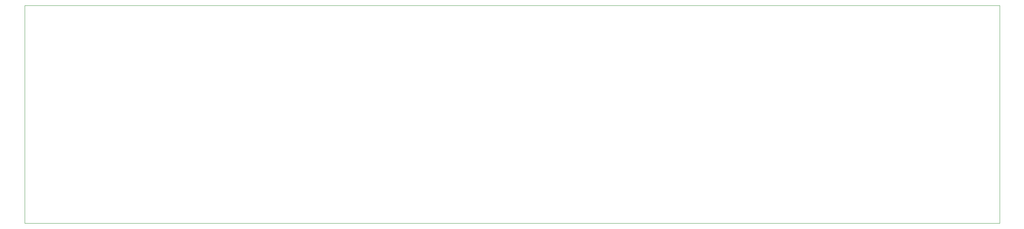
<source format=gbr>
%TF.GenerationSoftware,KiCad,Pcbnew,(5.1.7-0-10_14)*%
%TF.CreationDate,2020-10-11T18:19:48+02:00*%
%TF.ProjectId,nixie_board,6e697869-655f-4626-9f61-72642e6b6963,rev?*%
%TF.SameCoordinates,Original*%
%TF.FileFunction,Profile,NP*%
%FSLAX46Y46*%
G04 Gerber Fmt 4.6, Leading zero omitted, Abs format (unit mm)*
G04 Created by KiCad (PCBNEW (5.1.7-0-10_14)) date 2020-10-11 18:19:48*
%MOMM*%
%LPD*%
G01*
G04 APERTURE LIST*
%TA.AperFunction,Profile*%
%ADD10C,0.100000*%
%TD*%
G04 APERTURE END LIST*
D10*
X267970000Y-21590000D02*
X267970000Y-72390000D01*
X40640000Y-21590000D02*
X267970000Y-21590000D01*
X40640000Y-72390000D02*
X40640000Y-21590000D01*
X267970000Y-72390000D02*
X40640000Y-72390000D01*
M02*

</source>
